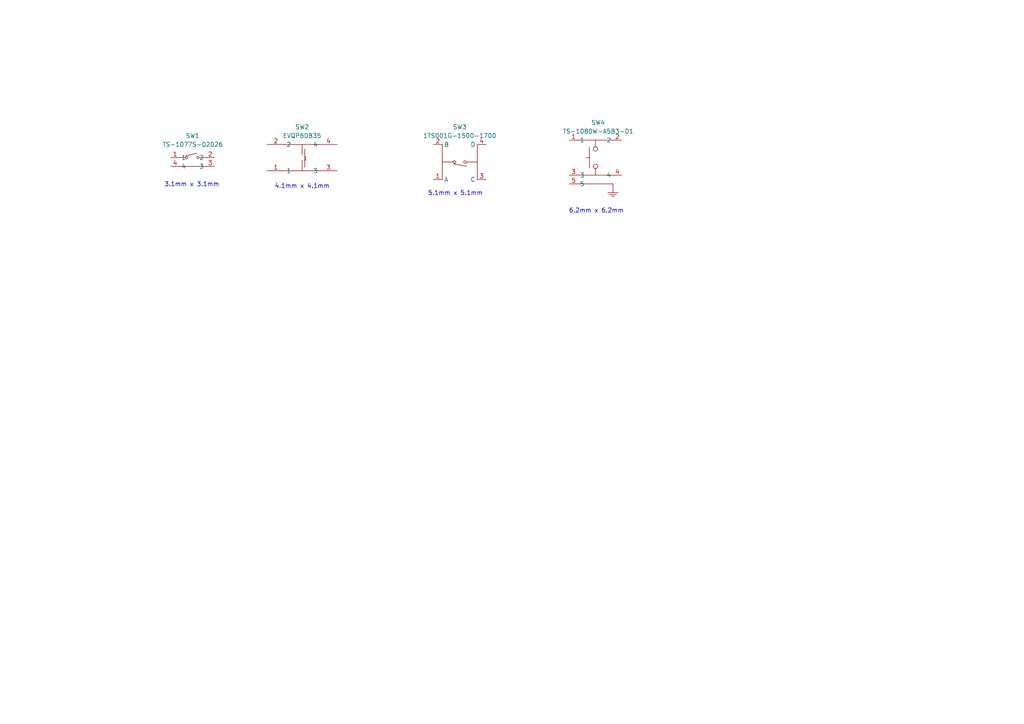
<source format=kicad_sch>
(kicad_sch (version 20231120) (generator "eeschema") (generator_version "8.0")
  (paper "A4")
  (lib_symbols
    (symbol "new:1TS001G-1500-1700"
      (property "Reference" "SW" (at 0 10.16 0))
      (property "Value" "1TS001G-1500-1700" (at 0 -10.16 0))
      (symbol "1TS001G-1500-1700_0_1"
        (circle (center -1.52 0) (radius 0.38))
        (polyline (pts (xy -5.08 -5.08) (xy -5.08 5.08)))
        (polyline (pts (xy -5.08 0) (xy -2.03 0)))
        (polyline (pts (xy 2.03 -1.27) (xy -1.78 -0.51)))
        (polyline (pts (xy 5.08 -5.08) (xy 5.08 5.08)))
        (polyline (pts (xy 5.08 0) (xy 2.03 0)))
        (circle (center 1.52 0) (radius 0.38))
        (pin unspecified line (at -7.62 -5.08 0) (length 2.54) (name "A") (number "1"))
        (pin unspecified line (at -7.62 5.08 0) (length 2.54) (name "B") (number "2"))
        (pin unspecified line (at 7.62 -5.08 180) (length 2.54) (name "C") (number "3"))
        (pin unspecified line (at 7.62 5.08 180) (length 2.54) (name "D") (number "4"))
      )
    )
    (symbol "new:EVQP6DB35"
      (property "Reference" "SW" (at 0 8.89 0))
      (property "Value" "EVQP6DB35" (at 0 -8.89 0))
      (symbol "EVQP6DB35_0_1"
        (polyline (pts (xy -5.08 -3.81) (xy 5.08 -3.81)))
        (polyline (pts (xy -5.08 3.81) (xy 5.08 3.81)))
        (polyline (pts (xy 0 -0.76) (xy 0 -3.81)))
        (polyline (pts (xy 0 3.81) (xy 0 0.76)))
        (polyline (pts (xy 0.76 2.54) (xy 0.76 -2.79)))
        (polyline (pts (xy 0.76 0.25) (xy 1.02 0.25) (xy 1.02 -0.76) (xy 0.76 -0.76)))
        (pin unspecified line (at -10.16 -3.81 0) (length 5.08) (name "1") (number "1"))
        (pin unspecified line (at -10.16 3.81 0) (length 5.08) (name "2") (number "2"))
        (pin unspecified line (at 10.16 -3.81 180) (length 5.08) (name "3") (number "3"))
        (pin unspecified line (at 10.16 3.81 180) (length 5.08) (name "4") (number "4"))
      )
    )
    (symbol "new:TS-1077S-02026"
      (property "Reference" "SW" (at 0 5.08 0))
      (property "Value" "TS-1077S-02026" (at 0 -7.62 0))
      (symbol "TS-1077S-02026_0_1"
        (circle (center -3.05 0) (radius 0.32))
        (polyline (pts (xy -5.08 -2.54) (xy 2.54 -2.54)))
        (polyline (pts (xy -3.3 0) (xy -5.08 0)))
        (polyline (pts (xy -3.3 0.51) (xy 0 1.27)))
        (polyline (pts (xy 0.76 0) (xy 2.54 0)))
        (circle (center 0.25 0) (radius 0.32))
        (pin unspecified line (at -7.62 0 0) (length 2.54) (name "1") (number "1"))
        (pin unspecified line (at 5.08 0 180) (length 2.54) (name "2") (number "2"))
        (pin unspecified line (at 5.08 -2.54 180) (length 2.54) (name "3") (number "3"))
        (pin unspecified line (at -7.62 -2.54 0) (length 2.54) (name "4") (number "4"))
      )
    )
    (symbol "new:TS-1080W-A5B3-D1"
      (property "Reference" "SW" (at 0 10.16 0))
      (property "Value" "TS-1080W-A5B3-D1" (at 0 -12.7 0))
      (symbol "TS-1080W-A5B3-D1_0_1"
        (circle (center 0 -2.54) (radius 0.64))
        (polyline (pts (xy -5.08 -5.08) (xy 5.08 -5.08)))
        (polyline (pts (xy -5.08 5.08) (xy 5.08 5.08)))
        (polyline (pts (xy -2.79 0) (xy -1.78 0)))
        (polyline (pts (xy -1.78 3.05) (xy -1.78 -3.05)))
        (polyline (pts (xy 0 -3.05) (xy 0 -5.08)))
        (polyline (pts (xy 0 3.05) (xy 0 5.08)))
        (polyline (pts (xy 3.56 -10.16) (xy 6.6 -10.16)))
        (polyline (pts (xy 4.06 -10.67) (xy 6.1 -10.67)))
        (polyline (pts (xy 4.57 -11.18) (xy 5.59 -11.18)))
        (polyline (pts (xy -5.08 -7.62) (xy 5.08 -7.62) (xy 5.08 -10.16)))
        (circle (center 0 2.54) (radius 0.64))
        (pin unspecified line (at -7.62 5.08 0) (length 2.54) (name "1") (number "1"))
        (pin unspecified line (at 7.62 5.08 180) (length 2.54) (name "2") (number "2"))
        (pin unspecified line (at -7.62 -5.08 0) (length 2.54) (name "3") (number "3"))
        (pin unspecified line (at 7.62 -5.08 180) (length 2.54) (name "4") (number "4"))
        (pin unspecified line (at -7.62 -7.62 0) (length 2.54) (name "5") (number "5"))
      )
    )
  )
  (text "5.1mm x 5.1mm\n" (at 132.08 56.134 0) (effects (font (size 1.27 1.27))))
  (text "3.1mm x 3.1mm" (at 55.626 53.594 0) (effects (font (size 1.27 1.27))))
  (text "6.2mm x 6.2mm" (at 172.974 61.214 0) (effects (font (size 1.27 1.27))))
  (text "4.1mm x 4.1mm" (at 87.63 54.102 0) (effects (font (size 1.27 1.27))))
  (symbol (lib_id "new:TS-1080W-A5B3-D1") (at 172.72 45.72 0) (unit 1)
    (property "Reference" "SW4" (at 173.48 35.56 0))
    (property "Value" "TS-1080W-A5B3-D1" (at 173.48 38.1 0))
    (property "Footprint" "EasyEDA:KEY-SMD_4P-L6.2-W6.5-P4.50-LS8.0_SKHMXX" (effects (hide yes)))
    (property "Datasheet" "https://lcsc.com/product-detail/Tactile-Switches_Yuandi-TS-1080W-A5B3-D1_C499304.html" (effects (hide yes)))
    (property "LCSC Part" "C499304" (effects (hide yes)))
  )
  (symbol (lib_id "new:EVQP6DB35") (at 87.63 45.72 0) (unit 1)
    (property "Reference" "SW2" (at 87.63 36.83 0))
    (property "Value" "EVQP6DB35" (at 87.63 39.37 0))
    (property "Footprint" "EasyEDA:KEY-SMD_4P-L4.0-W4.0_EVQP6DB35" (effects (hide yes)))
    (property "Datasheet" "https://lcsc.com/product-detail/Tactile-Switches_PANASONIC_EVQP6DB35_Switch-4-4-0-35-1-6N-0-2mm-SMD_C79165.html" (effects (hide yes)))
    (property "LCSC Part" "C79165" (effects (hide yes)))
  )
  (symbol (lib_id "new:1TS001G-1500-1700") (at 133.35 46.99 0) (unit 1)
    (property "Reference" "SW3" (at 133.35 36.83 0))
    (property "Value" "1TS001G-1500-1700" (at 133.35 39.37 0))
    (property "Footprint" "EasyEDA:SW-SMD_4P-L5.1-W5.1-P3.70-LS6.5-TL-2" (effects (hide yes)))
    (property "Datasheet" "https://lcsc.com/product-detail/Others_HYP-1TS001G-1500-1700_C318801.html" (effects (hide yes)))
    (property "LCSC Part" "C318801" (effects (hide yes)))
  )
  (symbol (lib_id "new:TS-1077S-02026") (at 57.15 45.72 0) (unit 1)
    (property "Reference" "SW1" (at 55.88 39.37 0))
    (property "Value" "TS-1077S-02026" (at 55.88 41.91 0))
    (property "Footprint" "EasyEDA:SW-SMD_L3.1-W3.1-P2.20-LS4.0" (effects (hide yes)))
    (property "Datasheet" "https://lcsc.com/product-detail/New-Arrivals_XUNPU-TS-1077S-02026_C455261.html" (effects (hide yes)))
    (property "LCSC Part" "C455261" (effects (hide yes)))
  )
)
</source>
